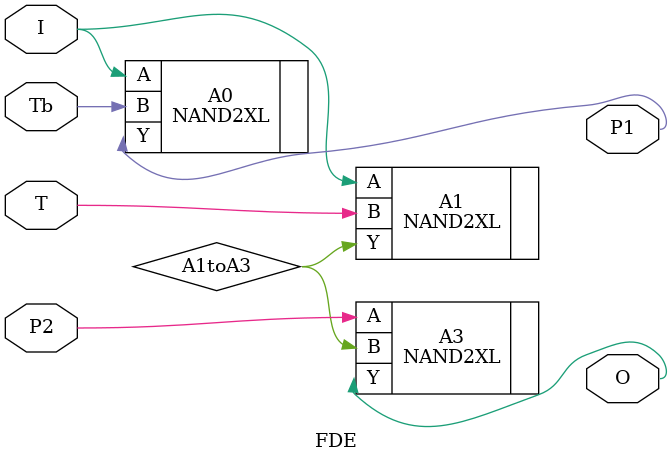
<source format=v>
module FDE (
    input I,
    input T,
    input Tb,
    input P2,
    output O,
    output P1
);
    wire A1toA3;
    NAND2XL A0(.A(I), .B(Tb), .Y(P1));
    NAND2XL A1(.A(I), .B(T), .Y(A1toA3));
    NAND2XL A3(.A(P2), .B(A1toA3), .Y(O));
endmodule
</source>
